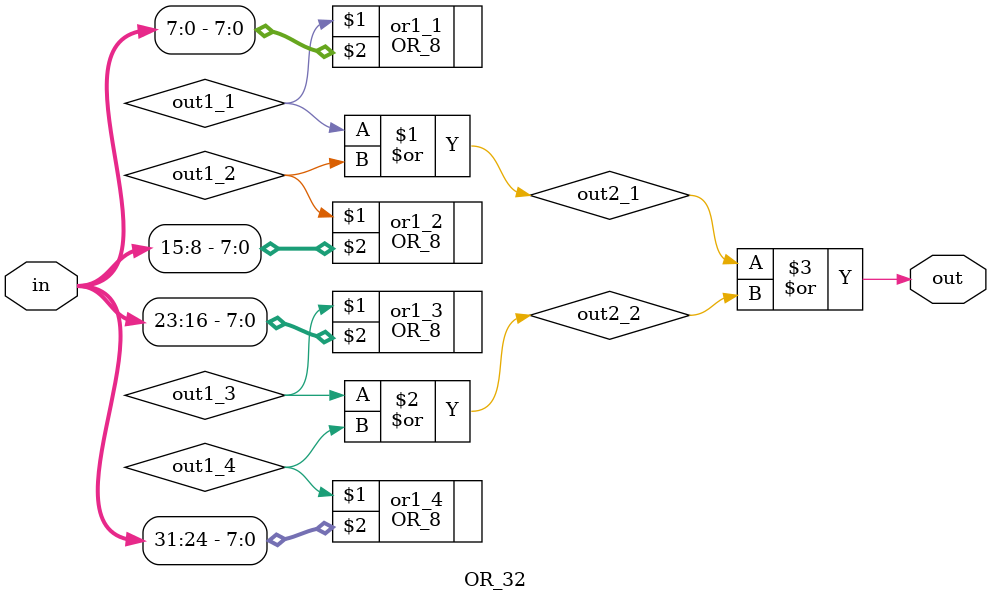
<source format=v>

/* This file is 32 OR
Xuhui Gong	21-09-11
*/
module OR_32(out, in);
	
	input [31:0] in;
	output  out;

	wire out1_1, out1_2, out1_3, out1_4, out2_1, out2_2;
	
	// Define 4 OR-8 and 3 OR-1
	OR_8 or1_1(out1_1, in[7:0]);
	OR_8 or1_2(out1_2, in[15:8]);
	OR_8 or1_3(out1_3, in[23:16]);
	OR_8 or1_4(out1_4, in[31:24]);
	
	or or2_1(out2_1, out1_1, out1_2);
	or or2_2(out2_2, out1_3, out1_4);
	
	or or3_1(out, out2_1, out2_2);
	



endmodule
</source>
